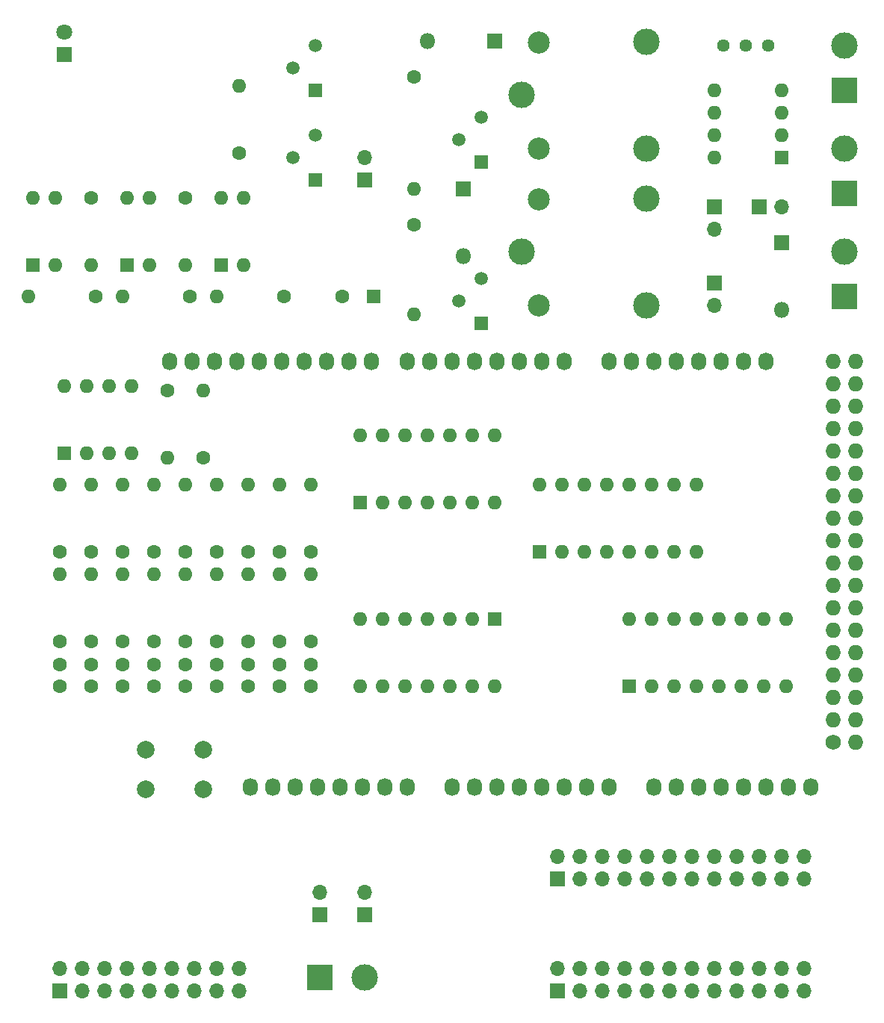
<source format=gbr>
G04 #@! TF.GenerationSoftware,KiCad,Pcbnew,5.1.5+dfsg1-2*
G04 #@! TF.CreationDate,2020-02-06T21:54:10+00:00*
G04 #@! TF.ProjectId,arduino_duo_shield,61726475-696e-46f5-9f64-756f5f736869,rev?*
G04 #@! TF.SameCoordinates,PX6258c20PY7445a00*
G04 #@! TF.FileFunction,Soldermask,Bot*
G04 #@! TF.FilePolarity,Negative*
%FSLAX46Y46*%
G04 Gerber Fmt 4.6, Leading zero omitted, Abs format (unit mm)*
G04 Created by KiCad (PCBNEW 5.1.5+dfsg1-2) date 2020-02-06 21:54:10*
%MOMM*%
%LPD*%
G04 APERTURE LIST*
%ADD10O,1.600000X1.600000*%
%ADD11R,1.600000X1.600000*%
%ADD12C,1.600000*%
%ADD13O,1.700000X1.700000*%
%ADD14R,1.700000X1.700000*%
%ADD15R,1.500000X1.500000*%
%ADD16C,1.500000*%
%ADD17C,3.000000*%
%ADD18R,3.000000X3.000000*%
%ADD19C,1.800000*%
%ADD20R,1.800000X1.800000*%
%ADD21C,2.500000*%
%ADD22C,1.440000*%
%ADD23O,1.800000X1.800000*%
%ADD24C,2.000000*%
%ADD25C,1.727200*%
%ADD26O,1.727200X1.727200*%
%ADD27O,1.727200X2.032000*%
G04 APERTURE END LIST*
D10*
X7112000Y48260000D03*
X14732000Y40640000D03*
X9652000Y48260000D03*
X12192000Y40640000D03*
X12192000Y48260000D03*
X9652000Y40640000D03*
X14732000Y48260000D03*
D11*
X7112000Y40640000D03*
D10*
X22860000Y47752000D03*
D12*
X22860000Y40132000D03*
D10*
X18796000Y40132000D03*
D12*
X18796000Y47752000D03*
D13*
X41148000Y-9144000D03*
D14*
X41148000Y-11684000D03*
D13*
X36068000Y-9144000D03*
D14*
X36068000Y-11684000D03*
D13*
X88392000Y68580000D03*
D14*
X85852000Y68580000D03*
D15*
X54356000Y55372000D03*
D16*
X54356000Y60452000D03*
X51816000Y57912000D03*
D15*
X54356000Y73660000D03*
D16*
X54356000Y78740000D03*
X51816000Y76200000D03*
D15*
X35560000Y81788000D03*
D16*
X35560000Y86868000D03*
X33020000Y84328000D03*
D15*
X35560000Y71628000D03*
D16*
X35560000Y76708000D03*
X33020000Y74168000D03*
D13*
X41148000Y74168000D03*
D14*
X41148000Y71628000D03*
D17*
X95504000Y86868000D03*
D18*
X95504000Y81788000D03*
D10*
X80772000Y74168000D03*
X88392000Y81788000D03*
X80772000Y76708000D03*
X88392000Y79248000D03*
X80772000Y79248000D03*
X88392000Y76708000D03*
X80772000Y81788000D03*
D11*
X88392000Y74168000D03*
D19*
X7112000Y88392000D03*
D20*
X7112000Y85852000D03*
D17*
X58928000Y63500000D03*
D21*
X60878000Y69450000D03*
D17*
X73128000Y69500000D03*
X73078000Y57450000D03*
D21*
X60878000Y57450000D03*
D12*
X38664000Y58420000D03*
D11*
X42164000Y58420000D03*
D10*
X14224000Y69596000D03*
X16764000Y61976000D03*
X16764000Y69596000D03*
D11*
X14224000Y61976000D03*
D10*
X3556000Y69596000D03*
X6096000Y61976000D03*
X6096000Y69596000D03*
D11*
X3556000Y61976000D03*
D10*
X24892000Y69596000D03*
X27432000Y61976000D03*
X27432000Y69596000D03*
D11*
X24892000Y61976000D03*
D22*
X86868000Y86868000D03*
X84328000Y86868000D03*
X81788000Y86868000D03*
D10*
X27940000Y26924000D03*
D12*
X27940000Y19304000D03*
D10*
X27940000Y37084000D03*
D12*
X27940000Y29464000D03*
D10*
X31496000Y26924000D03*
D12*
X31496000Y19304000D03*
D10*
X31496000Y37084000D03*
D12*
X31496000Y29464000D03*
D10*
X20828000Y61976000D03*
D12*
X20828000Y69596000D03*
D10*
X10160000Y61976000D03*
D12*
X10160000Y69596000D03*
D10*
X13716000Y58420000D03*
D12*
X21336000Y58420000D03*
D10*
X46736000Y70612000D03*
D12*
X46736000Y83312000D03*
D10*
X3048000Y58420000D03*
D12*
X10668000Y58420000D03*
D10*
X26924000Y82296000D03*
D12*
X26924000Y74676000D03*
D10*
X35052000Y26924000D03*
D12*
X35052000Y19304000D03*
D10*
X35052000Y37084000D03*
D12*
X35052000Y29464000D03*
D10*
X24384000Y58420000D03*
D12*
X32004000Y58420000D03*
D10*
X6604000Y26924000D03*
D12*
X6604000Y19304000D03*
D10*
X6604000Y37084000D03*
D12*
X6604000Y29464000D03*
D10*
X10160000Y26924000D03*
D12*
X10160000Y19304000D03*
D10*
X10160000Y37084000D03*
D12*
X10160000Y29464000D03*
D10*
X13716000Y26924000D03*
D12*
X13716000Y19304000D03*
D10*
X13716000Y37084000D03*
D12*
X13716000Y29464000D03*
D10*
X17272000Y26924000D03*
D12*
X17272000Y19304000D03*
D10*
X17272000Y37084000D03*
D12*
X17272000Y29464000D03*
D10*
X20828000Y26924000D03*
D12*
X20828000Y19304000D03*
D10*
X20828000Y37084000D03*
D12*
X20828000Y29464000D03*
D10*
X24384000Y26924000D03*
D12*
X24384000Y19304000D03*
D10*
X24384000Y37084000D03*
D12*
X24384000Y29464000D03*
D10*
X46736000Y56388000D03*
D12*
X46736000Y66548000D03*
D17*
X58928000Y81280000D03*
D21*
X60878000Y87230000D03*
D17*
X73128000Y87280000D03*
X73078000Y75230000D03*
D21*
X60878000Y75230000D03*
D13*
X80772000Y66040000D03*
D14*
X80772000Y68580000D03*
D13*
X80772000Y57404000D03*
D14*
X80772000Y59944000D03*
D13*
X90932000Y-17780000D03*
X90932000Y-20320000D03*
X88392000Y-17780000D03*
X88392000Y-20320000D03*
X85852000Y-17780000D03*
X85852000Y-20320000D03*
X83312000Y-17780000D03*
X83312000Y-20320000D03*
X80772000Y-17780000D03*
X80772000Y-20320000D03*
X78232000Y-17780000D03*
X78232000Y-20320000D03*
X75692000Y-17780000D03*
X75692000Y-20320000D03*
X73152000Y-17780000D03*
X73152000Y-20320000D03*
X70612000Y-17780000D03*
X70612000Y-20320000D03*
X68072000Y-17780000D03*
X68072000Y-20320000D03*
X65532000Y-17780000D03*
X65532000Y-20320000D03*
X62992000Y-17780000D03*
D14*
X62992000Y-20320000D03*
D17*
X95504000Y63500000D03*
D18*
X95504000Y58420000D03*
D17*
X95504000Y75184000D03*
D18*
X95504000Y70104000D03*
D13*
X26924000Y-17780000D03*
X26924000Y-20320000D03*
X24384000Y-17780000D03*
X24384000Y-20320000D03*
X21844000Y-17780000D03*
X21844000Y-20320000D03*
X19304000Y-17780000D03*
X19304000Y-20320000D03*
X16764000Y-17780000D03*
X16764000Y-20320000D03*
X14224000Y-17780000D03*
X14224000Y-20320000D03*
X11684000Y-17780000D03*
X11684000Y-20320000D03*
X9144000Y-17780000D03*
X9144000Y-20320000D03*
X6604000Y-17780000D03*
D14*
X6604000Y-20320000D03*
D17*
X41148000Y-18796000D03*
D18*
X36068000Y-18796000D03*
D23*
X88392000Y56896000D03*
D20*
X88392000Y64516000D03*
X52324000Y70612000D03*
D23*
X52324000Y62992000D03*
D20*
X55880000Y87376000D03*
D23*
X48260000Y87376000D03*
D12*
X27940000Y16724000D03*
X27940000Y14224000D03*
X31496000Y16724000D03*
X31496000Y14224000D03*
X35052000Y16724000D03*
X35052000Y14224000D03*
X6604000Y16724000D03*
X6604000Y14224000D03*
X10160000Y16724000D03*
X10160000Y14224000D03*
X13716000Y16724000D03*
X13716000Y14224000D03*
X17272000Y16724000D03*
X17272000Y14224000D03*
X20828000Y16724000D03*
X20828000Y14224000D03*
X24384000Y16724000D03*
X24384000Y14224000D03*
D24*
X16360000Y2540000D03*
X16360000Y7040000D03*
X22860000Y2540000D03*
X22860000Y7040000D03*
D10*
X60960000Y37084000D03*
X78740000Y29464000D03*
X63500000Y37084000D03*
X76200000Y29464000D03*
X66040000Y37084000D03*
X73660000Y29464000D03*
X68580000Y37084000D03*
X71120000Y29464000D03*
X71120000Y37084000D03*
X68580000Y29464000D03*
X73660000Y37084000D03*
X66040000Y29464000D03*
X76200000Y37084000D03*
X63500000Y29464000D03*
X78740000Y37084000D03*
D11*
X60960000Y29464000D03*
D10*
X71120000Y21844000D03*
X88900000Y14224000D03*
X73660000Y21844000D03*
X86360000Y14224000D03*
X76200000Y21844000D03*
X83820000Y14224000D03*
X78740000Y21844000D03*
X81280000Y14224000D03*
X81280000Y21844000D03*
X78740000Y14224000D03*
X83820000Y21844000D03*
X76200000Y14224000D03*
X86360000Y21844000D03*
X73660000Y14224000D03*
X88900000Y21844000D03*
D11*
X71120000Y14224000D03*
D10*
X40640000Y42672000D03*
X55880000Y35052000D03*
X43180000Y42672000D03*
X53340000Y35052000D03*
X45720000Y42672000D03*
X50800000Y35052000D03*
X48260000Y42672000D03*
X48260000Y35052000D03*
X50800000Y42672000D03*
X45720000Y35052000D03*
X53340000Y42672000D03*
X43180000Y35052000D03*
X55880000Y42672000D03*
D11*
X40640000Y35052000D03*
D10*
X55880000Y14224000D03*
X40640000Y21844000D03*
X53340000Y14224000D03*
X43180000Y21844000D03*
X50800000Y14224000D03*
X45720000Y21844000D03*
X48260000Y14224000D03*
X48260000Y21844000D03*
X45720000Y14224000D03*
X50800000Y21844000D03*
X43180000Y14224000D03*
X53340000Y21844000D03*
X40640000Y14224000D03*
D11*
X55880000Y21844000D03*
D13*
X90932000Y-5080000D03*
X90932000Y-7620000D03*
X88392000Y-5080000D03*
X88392000Y-7620000D03*
X85852000Y-5080000D03*
X85852000Y-7620000D03*
X83312000Y-5080000D03*
X83312000Y-7620000D03*
X80772000Y-5080000D03*
X80772000Y-7620000D03*
X78232000Y-5080000D03*
X78232000Y-7620000D03*
X75692000Y-5080000D03*
X75692000Y-7620000D03*
X73152000Y-5080000D03*
X73152000Y-7620000D03*
X70612000Y-5080000D03*
X70612000Y-7620000D03*
X68072000Y-5080000D03*
X68072000Y-7620000D03*
X65532000Y-5080000D03*
X65532000Y-7620000D03*
X62992000Y-5080000D03*
D14*
X62992000Y-7620000D03*
D25*
X94234000Y7874000D03*
D26*
X96774000Y7874000D03*
X94234000Y10414000D03*
X96774000Y10414000D03*
X94234000Y12954000D03*
X96774000Y12954000D03*
X94234000Y15494000D03*
X96774000Y15494000D03*
X94234000Y18034000D03*
X96774000Y18034000D03*
X94234000Y20574000D03*
X96774000Y20574000D03*
X94234000Y23114000D03*
X96774000Y23114000D03*
X94234000Y25654000D03*
X96774000Y25654000D03*
X94234000Y28194000D03*
X96774000Y28194000D03*
X94234000Y30734000D03*
X96774000Y30734000D03*
X94234000Y33274000D03*
X96774000Y33274000D03*
X94234000Y35814000D03*
X96774000Y35814000D03*
X94234000Y38354000D03*
X96774000Y38354000D03*
X94234000Y40894000D03*
X96774000Y40894000D03*
X94234000Y43434000D03*
X96774000Y43434000D03*
X94234000Y45974000D03*
X96774000Y45974000D03*
X94234000Y48514000D03*
X96774000Y48514000D03*
X94234000Y51054000D03*
X96774000Y51054000D03*
D27*
X28194000Y2794000D03*
X30734000Y2794000D03*
X33274000Y2794000D03*
X35814000Y2794000D03*
X38354000Y2794000D03*
X40894000Y2794000D03*
X43434000Y2794000D03*
X45974000Y2794000D03*
X51054000Y2794000D03*
X53594000Y2794000D03*
X56134000Y2794000D03*
X58674000Y2794000D03*
X61214000Y2794000D03*
X63754000Y2794000D03*
X66294000Y2794000D03*
X68834000Y2794000D03*
X73914000Y2794000D03*
X76454000Y2794000D03*
X78994000Y2794000D03*
X81534000Y2794000D03*
X84074000Y2794000D03*
X86614000Y2794000D03*
X89154000Y2794000D03*
X91694000Y2794000D03*
X19050000Y51054000D03*
X21590000Y51054000D03*
X24130000Y51054000D03*
X26670000Y51054000D03*
X29210000Y51054000D03*
X31750000Y51054000D03*
X34290000Y51054000D03*
X36830000Y51054000D03*
X39370000Y51054000D03*
X41910000Y51054000D03*
X45974000Y51054000D03*
X48514000Y51054000D03*
X51054000Y51054000D03*
X53594000Y51054000D03*
X56134000Y51054000D03*
X58674000Y51054000D03*
X61214000Y51054000D03*
X63754000Y51054000D03*
X68834000Y51054000D03*
X71374000Y51054000D03*
X73914000Y51054000D03*
X76454000Y51054000D03*
X78994000Y51054000D03*
X81534000Y51054000D03*
X84074000Y51054000D03*
X86614000Y51054000D03*
M02*

</source>
